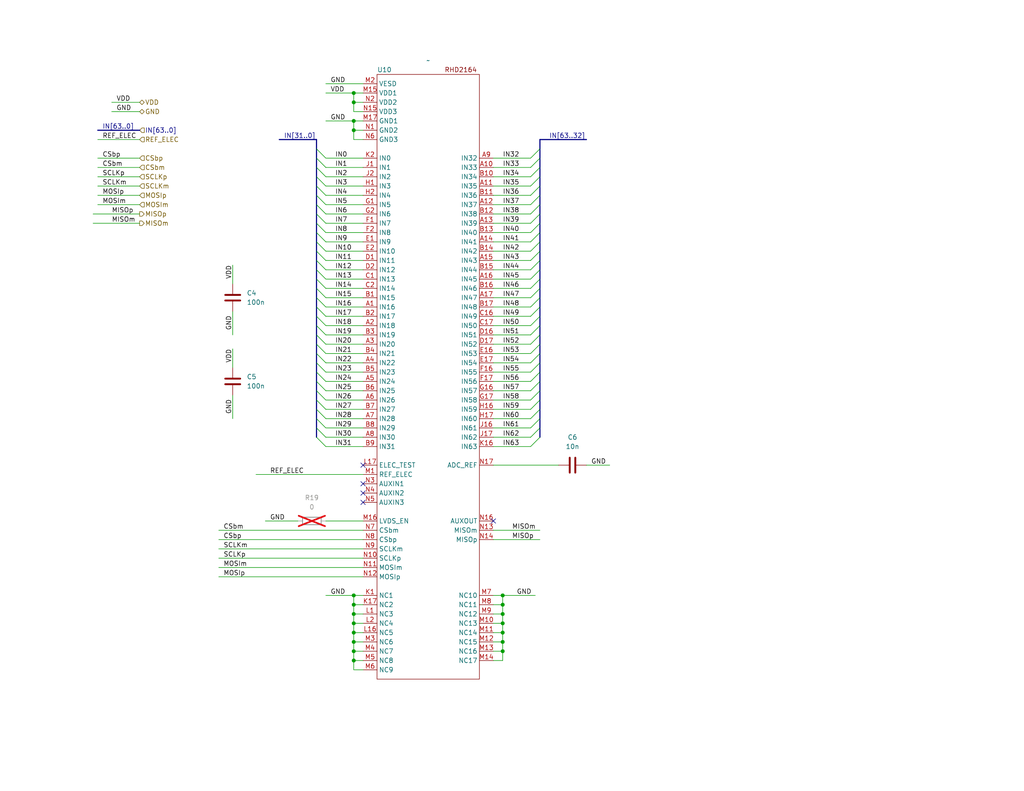
<source format=kicad_sch>
(kicad_sch (version 20231120) (generator "eeschema") (generator_version "8.0")
  (paper "USLetter")
  (title_block (title "Iris-128S") (date "2024-04-12") (rev "1.0.0") (company "OpenIC"))
  (lib_symbols
    (symbol "Device:C" (pin_numbers hide) (pin_names (offset 0.254))
      (property "Reference" "C" (at 0.635 2.54 0))
      (property "Value" "C" (at 0.635 -2.54 0))
      (symbol "C_0_1"
        (polyline (pts (xy -2.032 -0.762) (xy 2.032 -0.762)) (stroke (width 0.508)))
        (polyline (pts (xy -2.032 0.762) (xy 2.032 0.762)) (stroke (width 0.508)))
      )
      (symbol "C_1_1"
        (pin passive line (at 0 3.81 270) (length 2.794) (name "~") (number "1"))
        (pin passive line (at 0 -3.81 90) (length 2.794) (name "~") (number "2"))
      )
    )
    (symbol "Device:R" (pin_numbers hide) (pin_names (offset 0))
      (property "Reference" "R" (at 2.032 0 90))
      (property "Value" "R" (at 0 0 90))
      (symbol "R_0_1"
        (rectangle (start -1.016 -2.54) (end 1.016 2.54) (stroke (width 0.254)))
      )
      (symbol "R_1_1"
        (pin passive line (at 0 3.81 270) (length 1.27) (name "~") (number "1"))
        (pin passive line (at 0 -3.81 90) (length 1.27) (name "~") (number "2"))
      )
    )
    (symbol "openic_main:RHD2164"
      (property "Reference" "U" (at -12.7 82.55 0))
      (symbol "RHD2164_0_1"
        (rectangle (start -13.97 81.28) (end 13.97 -83.82))
      )
      (symbol "RHD2164_1_1"
        (text "RHD2164" (at 8.89 82.55 0) (effects (font (size 1.27 1.27))))
        (pin input line (at -17.78 17.78 0) (length 3.81) (name "IN16") (number "A1"))
        (pin input line (at 17.78 55.88 180) (length 3.81) (name "IN33") (number "A10"))
        (pin input line (at 17.78 50.8 180) (length 3.81) (name "IN35") (number "A11"))
        (pin input line (at 17.78 45.72 180) (length 3.81) (name "IN37") (number "A12"))
        (pin input line (at 17.78 40.64 180) (length 3.81) (name "IN39") (number "A13"))
        (pin input line (at 17.78 35.56 180) (length 3.81) (name "IN41") (number "A14"))
        (pin input line (at 17.78 30.48 180) (length 3.81) (name "IN43") (number "A15"))
        (pin input line (at 17.78 25.4 180) (length 3.81) (name "IN45") (number "A16"))
        (pin input line (at 17.78 20.32 180) (length 3.81) (name "IN47") (number "A17"))
        (pin input line (at -17.78 12.7 0) (length 3.81) (name "IN18") (number "A2"))
        (pin input line (at -17.78 7.62 0) (length 3.81) (name "IN20") (number "A3"))
        (pin input line (at -17.78 2.54 0) (length 3.81) (name "IN22") (number "A4"))
        (pin input line (at -17.78 -2.54 0) (length 3.81) (name "IN24") (number "A5"))
        (pin input line (at -17.78 -7.62 0) (length 3.81) (name "IN26") (number "A6"))
        (pin input line (at -17.78 -12.7 0) (length 3.81) (name "IN28") (number "A7"))
        (pin input line (at -17.78 -17.78 0) (length 3.81) (name "IN30") (number "A8"))
        (pin input line (at 17.78 58.42 180) (length 3.81) (name "IN32") (number "A9"))
        (pin input line (at -17.78 20.32 0) (length 3.81) (name "IN15") (number "B1"))
        (pin input line (at 17.78 53.34 180) (length 3.81) (name "IN34") (number "B10"))
        (pin input line (at 17.78 48.26 180) (length 3.81) (name "IN36") (number "B11"))
        (pin input line (at 17.78 43.18 180) (length 3.81) (name "IN38") (number "B12"))
        (pin input line (at 17.78 38.1 180) (length 3.81) (name "IN40") (number "B13"))
        (pin input line (at 17.78 33.02 180) (length 3.81) (name "IN42") (number "B14"))
        (pin input line (at 17.78 27.94 180) (length 3.81) (name "IN44") (number "B15"))
        (pin input line (at 17.78 22.86 180) (length 3.81) (name "IN46") (number "B16"))
        (pin input line (at 17.78 17.78 180) (length 3.81) (name "IN48") (number "B17"))
        (pin input line (at -17.78 15.24 0) (length 3.81) (name "IN17") (number "B2"))
        (pin input line (at -17.78 10.16 0) (length 3.81) (name "IN19") (number "B3"))
        (pin input line (at -17.78 5.08 0) (length 3.81) (name "IN21") (number "B4"))
        (pin input line (at -17.78 0 0) (length 3.81) (name "IN23") (number "B5"))
        (pin input line (at -17.78 -5.08 0) (length 3.81) (name "IN25") (number "B6"))
        (pin input line (at -17.78 -10.16 0) (length 3.81) (name "IN27") (number "B7"))
        (pin input line (at -17.78 -15.24 0) (length 3.81) (name "IN29") (number "B8"))
        (pin input line (at -17.78 -20.32 0) (length 3.81) (name "IN31") (number "B9"))
        (pin input line (at -17.78 25.4 0) (length 3.81) (name "IN13") (number "C1"))
        (pin input line (at 17.78 15.24 180) (length 3.81) (name "IN49") (number "C16"))
        (pin input line (at 17.78 12.7 180) (length 3.81) (name "IN50") (number "C17"))
        (pin input line (at -17.78 22.86 0) (length 3.81) (name "IN14") (number "C2"))
        (pin input line (at -17.78 30.48 0) (length 3.81) (name "IN11") (number "D1"))
        (pin input line (at 17.78 10.16 180) (length 3.81) (name "IN51") (number "D16"))
        (pin input line (at 17.78 7.62 180) (length 3.81) (name "IN52") (number "D17"))
        (pin input line (at -17.78 27.94 0) (length 3.81) (name "IN12") (number "D2"))
        (pin input line (at -17.78 35.56 0) (length 3.81) (name "IN9") (number "E1"))
        (pin input line (at 17.78 5.08 180) (length 3.81) (name "IN53") (number "E16"))
        (pin input line (at 17.78 2.54 180) (length 3.81) (name "IN54") (number "E17"))
        (pin input line (at -17.78 33.02 0) (length 3.81) (name "IN10") (number "E2"))
        (pin input line (at -17.78 40.64 0) (length 3.81) (name "IN7") (number "F1"))
        (pin input line (at 17.78 0 180) (length 3.81) (name "IN55") (number "F16"))
        (pin input line (at 17.78 -2.54 180) (length 3.81) (name "IN56") (number "F17"))
        (pin input line (at -17.78 38.1 0) (length 3.81) (name "IN8") (number "F2"))
        (pin input line (at -17.78 45.72 0) (length 3.81) (name "IN5") (number "G1"))
        (pin input line (at 17.78 -5.08 180) (length 3.81) (name "IN57") (number "G16"))
        (pin input line (at 17.78 -7.62 180) (length 3.81) (name "IN58") (number "G17"))
        (pin input line (at -17.78 43.18 0) (length 3.81) (name "IN6") (number "G2"))
        (pin input line (at -17.78 50.8 0) (length 3.81) (name "IN3") (number "H1"))
        (pin input line (at 17.78 -10.16 180) (length 3.81) (name "IN59") (number "H16"))
        (pin input line (at 17.78 -12.7 180) (length 3.81) (name "IN60") (number "H17"))
        (pin input line (at -17.78 48.26 0) (length 3.81) (name "IN4") (number "H2"))
        (pin input line (at -17.78 55.88 0) (length 3.81) (name "IN1") (number "J1"))
        (pin input line (at 17.78 -15.24 180) (length 3.81) (name "IN61") (number "J16"))
        (pin input line (at 17.78 -17.78 180) (length 3.81) (name "IN62") (number "J17"))
        (pin input line (at -17.78 53.34 0) (length 3.81) (name "IN2") (number "J2"))
        (pin passive line (at -17.78 -60.96 0) (length 3.81) (name "NC1") (number "K1"))
        (pin input line (at 17.78 -20.32 180) (length 3.81) (name "IN63") (number "K16"))
        (pin passive line (at -17.78 -63.5 0) (length 3.81) (name "NC2") (number "K17"))
        (pin input line (at -17.78 58.42 0) (length 3.81) (name "IN0") (number "K2"))
        (pin passive line (at -17.78 -66.04 0) (length 3.81) (name "NC3") (number "L1"))
        (pin passive line (at -17.78 -71.12 0) (length 3.81) (name "NC5") (number "L16"))
        (pin input line (at -17.78 -25.4 0) (length 3.81) (name "ELEC_TEST") (number "L17"))
        (pin passive line (at -17.78 -68.58 0) (length 3.81) (name "NC4") (number "L2"))
        (pin input line (at -17.78 -27.94 0) (length 3.81) (name "REF_ELEC") (number "M1"))
        (pin passive line (at 17.78 -68.58 180) (length 3.81) (name "NC13") (number "M10"))
        (pin passive line (at 17.78 -71.12 180) (length 3.81) (name "NC14") (number "M11"))
        (pin passive line (at 17.78 -73.66 180) (length 3.81) (name "NC15") (number "M12"))
        (pin passive line (at 17.78 -76.2 180) (length 3.81) (name "NC16") (number "M13"))
        (pin passive line (at 17.78 -78.74 180) (length 3.81) (name "NC17") (number "M14"))
        (pin power_in line (at -17.78 76.2 0) (length 3.81) (name "VDD1") (number "M15"))
        (pin input line (at -17.78 -40.64 0) (length 3.81) (name "LVDS_EN") (number "M16"))
        (pin power_in line (at -17.78 68.58 0) (length 3.81) (name "GND1") (number "M17"))
        (pin power_in line (at -17.78 78.74 0) (length 3.81) (name "VESD") (number "M2"))
        (pin passive line (at -17.78 -73.66 0) (length 3.81) (name "NC6") (number "M3"))
        (pin passive line (at -17.78 -76.2 0) (length 3.81) (name "NC7") (number "M4"))
        (pin passive line (at -17.78 -78.74 0) (length 3.81) (name "NC8") (number "M5"))
        (pin passive line (at -17.78 -81.28 0) (length 3.81) (name "NC9") (number "M6"))
        (pin passive line (at 17.78 -60.96 180) (length 3.81) (name "NC10") (number "M7"))
        (pin passive line (at 17.78 -63.5 180) (length 3.81) (name "NC11") (number "M8"))
        (pin passive line (at 17.78 -66.04 180) (length 3.81) (name "NC12") (number "M9"))
        (pin power_in line (at -17.78 66.04 0) (length 3.81) (name "GND2") (number "N1"))
        (pin input line (at -17.78 -50.8 0) (length 3.81) (name "SCLKp") (number "N10"))
        (pin input line (at -17.78 -53.34 0) (length 3.81) (name "MOSIm") (number "N11"))
        (pin input line (at -17.78 -55.88 0) (length 3.81) (name "MOSIp") (number "N12"))
        (pin output line (at 17.78 -43.18 180) (length 3.81) (name "MISOm") (number "N13"))
        (pin output line (at 17.78 -45.72 180) (length 3.81) (name "MISOp") (number "N14"))
        (pin power_in line (at -17.78 71.12 0) (length 3.81) (name "VDD3") (number "N15"))
        (pin output line (at 17.78 -40.64 180) (length 3.81) (name "AUXOUT") (number "N16"))
        (pin output line (at 17.78 -25.4 180) (length 3.81) (name "ADC_REF") (number "N17"))
        (pin power_in line (at -17.78 73.66 0) (length 3.81) (name "VDD2") (number "N2"))
        (pin input line (at -17.78 -30.48 0) (length 3.81) (name "AUXIN1") (number "N3"))
        (pin input line (at -17.78 -33.02 0) (length 3.81) (name "AUXIN2") (number "N4"))
        (pin input line (at -17.78 -35.56 0) (length 3.81) (name "AUXIN3") (number "N5"))
        (pin power_in line (at -17.78 63.5 0) (length 3.81) (name "GND3") (number "N6"))
        (pin input line (at -17.78 -43.18 0) (length 3.81) (name "CSbm") (number "N7"))
        (pin input line (at -17.78 -45.72 0) (length 3.81) (name "CSbp") (number "N8"))
        (pin input line (at -17.78 -48.26 0) (length 3.81) (name "SCLKm") (number "N9"))
      )
    )
  )
  (junction (at 137.16 170.18))
  (junction (at 96.52 27.94))
  (junction (at 96.52 175.26))
  (junction (at 96.52 162.56))
  (junction (at 137.16 162.56))
  (junction (at 96.52 35.56))
  (junction (at 96.52 33.02))
  (junction (at 137.16 177.8))
  (junction (at 96.52 177.8))
  (junction (at 96.52 180.34))
  (junction (at 96.52 25.4))
  (junction (at 96.52 165.1))
  (junction (at 137.16 167.64))
  (junction (at 137.16 175.26))
  (junction (at 96.52 172.72))
  (junction (at 96.52 167.64))
  (junction (at 96.52 170.18))
  (junction (at 137.16 165.1))
  (junction (at 137.16 172.72))
  (no_connect (at 99.06 137.16))
  (no_connect (at 134.62 142.24))
  (no_connect (at 99.06 127))
  (no_connect (at 99.06 132.08))
  (no_connect (at 99.06 134.62))
  (bus_entry (at 86.36 116.84) (size 2.54 2.54))
  (bus_entry (at 86.36 91.44) (size 2.54 2.54))
  (bus_entry (at 144.78 55.88) (size 2.54 -2.54))
  (bus_entry (at 144.78 99.06) (size 2.54 -2.54))
  (bus_entry (at 86.36 78.74) (size 2.54 2.54))
  (bus_entry (at 144.78 119.38) (size 2.54 -2.54))
  (bus_entry (at 144.78 109.22) (size 2.54 -2.54))
  (bus_entry (at 144.78 114.3) (size 2.54 -2.54))
  (bus_entry (at 144.78 88.9) (size 2.54 -2.54))
  (bus_entry (at 86.36 55.88) (size 2.54 2.54))
  (bus_entry (at 144.78 43.18) (size 2.54 -2.54))
  (bus_entry (at 144.78 101.6) (size 2.54 -2.54))
  (bus_entry (at 86.36 111.76) (size 2.54 2.54))
  (bus_entry (at 144.78 96.52) (size 2.54 -2.54))
  (bus_entry (at 144.78 78.74) (size 2.54 -2.54))
  (bus_entry (at 144.78 111.76) (size 2.54 -2.54))
  (bus_entry (at 86.36 66.04) (size 2.54 2.54))
  (bus_entry (at 86.36 43.18) (size 2.54 2.54))
  (bus_entry (at 86.36 93.98) (size 2.54 2.54))
  (bus_entry (at 144.78 58.42) (size 2.54 -2.54))
  (bus_entry (at 144.78 45.72) (size 2.54 -2.54))
  (bus_entry (at 86.36 76.2) (size 2.54 2.54))
  (bus_entry (at 86.36 86.36) (size 2.54 2.54))
  (bus_entry (at 144.78 48.26) (size 2.54 -2.54))
  (bus_entry (at 86.36 109.22) (size 2.54 2.54))
  (bus_entry (at 86.36 99.06) (size 2.54 2.54))
  (bus_entry (at 86.36 83.82) (size 2.54 2.54))
  (bus_entry (at 86.36 50.8) (size 2.54 2.54))
  (bus_entry (at 86.36 81.28) (size 2.54 2.54))
  (bus_entry (at 86.36 71.12) (size 2.54 2.54))
  (bus_entry (at 86.36 101.6) (size 2.54 2.54))
  (bus_entry (at 86.36 53.34) (size 2.54 2.54))
  (bus_entry (at 144.78 91.44) (size 2.54 -2.54))
  (bus_entry (at 144.78 50.8) (size 2.54 -2.54))
  (bus_entry (at 144.78 63.5) (size 2.54 -2.54))
  (bus_entry (at 144.78 106.68) (size 2.54 -2.54))
  (bus_entry (at 86.36 96.52) (size 2.54 2.54))
  (bus_entry (at 86.36 114.3) (size 2.54 2.54))
  (bus_entry (at 86.36 106.68) (size 2.54 2.54))
  (bus_entry (at 86.36 104.14) (size 2.54 2.54))
  (bus_entry (at 86.36 88.9) (size 2.54 2.54))
  (bus_entry (at 86.36 73.66) (size 2.54 2.54))
  (bus_entry (at 144.78 121.92) (size 2.54 -2.54))
  (bus_entry (at 86.36 63.5) (size 2.54 2.54))
  (bus_entry (at 144.78 86.36) (size 2.54 -2.54))
  (bus_entry (at 86.36 68.58) (size 2.54 2.54))
  (bus_entry (at 144.78 68.58) (size 2.54 -2.54))
  (bus_entry (at 86.36 48.26) (size 2.54 2.54))
  (bus_entry (at 86.36 60.96) (size 2.54 2.54))
  (bus_entry (at 86.36 119.38) (size 2.54 2.54))
  (bus_entry (at 144.78 76.2) (size 2.54 -2.54))
  (bus_entry (at 86.36 40.64) (size 2.54 2.54))
  (bus_entry (at 86.36 58.42) (size 2.54 2.54))
  (bus_entry (at 144.78 71.12) (size 2.54 -2.54))
  (bus_entry (at 144.78 116.84) (size 2.54 -2.54))
  (bus_entry (at 144.78 66.04) (size 2.54 -2.54))
  (bus_entry (at 144.78 83.82) (size 2.54 -2.54))
  (bus_entry (at 144.78 53.34) (size 2.54 -2.54))
  (bus_entry (at 144.78 104.14) (size 2.54 -2.54))
  (bus_entry (at 144.78 60.96) (size 2.54 -2.54))
  (bus_entry (at 144.78 81.28) (size 2.54 -2.54))
  (bus_entry (at 144.78 73.66) (size 2.54 -2.54))
  (bus_entry (at 86.36 45.72) (size 2.54 2.54))
  (bus_entry (at 144.78 93.98) (size 2.54 -2.54))
  (wire (pts (xy 88.9 142.24) (xy 99.06 142.24)))
  (wire (pts (xy 134.62 114.3) (xy 144.78 114.3)))
  (wire (pts (xy 134.62 43.18) (xy 144.78 43.18)))
  (wire (pts (xy 88.9 48.26) (xy 99.06 48.26)))
  (wire (pts (xy 88.9 93.98) (xy 99.06 93.98)))
  (wire (pts (xy 88.9 88.9) (xy 99.06 88.9)))
  (wire (pts (xy 25.4 58.42) (xy 38.1 58.42)))
  (bus (pts (xy 147.32 43.18) (xy 147.32 40.64)))
  (wire (pts (xy 88.9 104.14) (xy 99.06 104.14)))
  (wire (pts (xy 134.62 68.58) (xy 144.78 68.58)))
  (wire (pts (xy 26.67 50.8) (xy 38.1 50.8)))
  (wire (pts (xy 160.02 127) (xy 166.37 127)))
  (bus (pts (xy 147.32 93.98) (xy 147.32 91.44)))
  (wire (pts (xy 134.62 165.1) (xy 137.16 165.1)))
  (wire (pts (xy 88.9 111.76) (xy 99.06 111.76)))
  (wire (pts (xy 99.06 165.1) (xy 96.52 165.1)))
  (bus (pts (xy 147.32 111.76) (xy 147.32 109.22)))
  (wire (pts (xy 134.62 63.5) (xy 144.78 63.5)))
  (wire (pts (xy 134.62 116.84) (xy 144.78 116.84)))
  (wire (pts (xy 25.4 60.96) (xy 38.1 60.96)))
  (wire (pts (xy 96.52 165.1) (xy 96.52 162.56)))
  (bus (pts (xy 86.36 50.8) (xy 86.36 48.26)))
  (wire (pts (xy 99.06 175.26) (xy 96.52 175.26)))
  (wire (pts (xy 99.06 35.56) (xy 96.52 35.56)))
  (bus (pts (xy 86.36 78.74) (xy 86.36 76.2)))
  (wire (pts (xy 88.9 71.12) (xy 99.06 71.12)))
  (wire (pts (xy 63.5 85.09) (xy 63.5 91.44)))
  (bus (pts (xy 147.32 55.88) (xy 147.32 53.34)))
  (wire (pts (xy 96.52 27.94) (xy 99.06 27.94)))
  (bus (pts (xy 86.36 111.76) (xy 86.36 109.22)))
  (bus (pts (xy 86.36 93.98) (xy 86.36 91.44)))
  (bus (pts (xy 86.36 119.38) (xy 86.36 116.84)))
  (wire (pts (xy 88.9 33.02) (xy 96.52 33.02)))
  (bus (pts (xy 26.67 35.56) (xy 38.1 35.56)))
  (wire (pts (xy 26.67 38.1) (xy 38.1 38.1)))
  (wire (pts (xy 134.62 78.74) (xy 144.78 78.74)))
  (bus (pts (xy 86.36 116.84) (xy 86.36 114.3)))
  (wire (pts (xy 134.62 99.06) (xy 144.78 99.06)))
  (wire (pts (xy 88.9 162.56) (xy 96.52 162.56)))
  (wire (pts (xy 134.62 58.42) (xy 144.78 58.42)))
  (bus (pts (xy 147.32 114.3) (xy 147.32 111.76)))
  (bus (pts (xy 86.36 66.04) (xy 86.36 63.5)))
  (bus (pts (xy 76.2 38.1) (xy 86.36 38.1)))
  (wire (pts (xy 96.52 175.26) (xy 96.52 172.72)))
  (wire (pts (xy 134.62 86.36) (xy 144.78 86.36)))
  (bus (pts (xy 147.32 119.38) (xy 147.32 116.84)))
  (wire (pts (xy 99.06 182.88) (xy 96.52 182.88)))
  (wire (pts (xy 63.5 107.95) (xy 63.5 114.3)))
  (bus (pts (xy 147.32 45.72) (xy 147.32 43.18)))
  (bus (pts (xy 86.36 114.3) (xy 86.36 111.76)))
  (wire (pts (xy 30.48 27.94) (xy 38.1 27.94)))
  (wire (pts (xy 99.06 172.72) (xy 96.52 172.72)))
  (wire (pts (xy 99.06 152.4) (xy 59.69 152.4)))
  (wire (pts (xy 96.52 162.56) (xy 99.06 162.56)))
  (wire (pts (xy 88.9 78.74) (xy 99.06 78.74)))
  (wire (pts (xy 26.67 43.18) (xy 38.1 43.18)))
  (bus (pts (xy 147.32 88.9) (xy 147.32 86.36)))
  (bus (pts (xy 147.32 63.5) (xy 147.32 60.96)))
  (bus (pts (xy 147.32 71.12) (xy 147.32 68.58)))
  (wire (pts (xy 99.06 38.1) (xy 96.52 38.1)))
  (wire (pts (xy 99.06 170.18) (xy 96.52 170.18)))
  (wire (pts (xy 59.69 154.94) (xy 99.06 154.94)))
  (wire (pts (xy 134.62 111.76) (xy 144.78 111.76)))
  (bus (pts (xy 147.32 48.26) (xy 147.32 45.72)))
  (wire (pts (xy 99.06 147.32) (xy 59.69 147.32)))
  (bus (pts (xy 147.32 53.34) (xy 147.32 50.8)))
  (bus (pts (xy 147.32 96.52) (xy 147.32 93.98)))
  (wire (pts (xy 96.52 170.18) (xy 96.52 167.64)))
  (wire (pts (xy 134.62 106.68) (xy 144.78 106.68)))
  (wire (pts (xy 134.62 55.88) (xy 144.78 55.88)))
  (bus (pts (xy 86.36 106.68) (xy 86.36 104.14)))
  (wire (pts (xy 88.9 86.36) (xy 99.06 86.36)))
  (bus (pts (xy 86.36 60.96) (xy 86.36 58.42)))
  (wire (pts (xy 134.62 144.78) (xy 147.32 144.78)))
  (wire (pts (xy 134.62 162.56) (xy 137.16 162.56)))
  (wire (pts (xy 88.9 109.22) (xy 99.06 109.22)))
  (bus (pts (xy 147.32 83.82) (xy 147.32 81.28)))
  (wire (pts (xy 134.62 83.82) (xy 144.78 83.82)))
  (wire (pts (xy 134.62 119.38) (xy 144.78 119.38)))
  (wire (pts (xy 99.06 157.48) (xy 59.69 157.48)))
  (bus (pts (xy 147.32 58.42) (xy 147.32 55.88)))
  (wire (pts (xy 134.62 104.14) (xy 144.78 104.14)))
  (wire (pts (xy 88.9 73.66) (xy 99.06 73.66)))
  (wire (pts (xy 72.39 142.24) (xy 81.28 142.24)))
  (bus (pts (xy 147.32 73.66) (xy 147.32 71.12)))
  (wire (pts (xy 134.62 50.8) (xy 144.78 50.8)))
  (wire (pts (xy 26.67 53.34) (xy 38.1 53.34)))
  (wire (pts (xy 59.69 149.86) (xy 99.06 149.86)))
  (bus (pts (xy 86.36 53.34) (xy 86.36 50.8)))
  (wire (pts (xy 26.67 45.72) (xy 38.1 45.72)))
  (bus (pts (xy 86.36 101.6) (xy 86.36 99.06)))
  (wire (pts (xy 88.9 101.6) (xy 99.06 101.6)))
  (bus (pts (xy 147.32 81.28) (xy 147.32 78.74)))
  (bus (pts (xy 86.36 76.2) (xy 86.36 73.66)))
  (bus (pts (xy 86.36 40.64) (xy 86.36 38.1)))
  (wire (pts (xy 134.62 180.34) (xy 137.16 180.34)))
  (wire (pts (xy 134.62 91.44) (xy 144.78 91.44)))
  (bus (pts (xy 86.36 104.14) (xy 86.36 101.6)))
  (bus (pts (xy 147.32 109.22) (xy 147.32 106.68)))
  (wire (pts (xy 96.52 25.4) (xy 99.06 25.4)))
  (bus (pts (xy 147.32 91.44) (xy 147.32 88.9)))
  (wire (pts (xy 88.9 68.58) (xy 99.06 68.58)))
  (wire (pts (xy 134.62 121.92) (xy 144.78 121.92)))
  (wire (pts (xy 88.9 45.72) (xy 99.06 45.72)))
  (bus (pts (xy 86.36 55.88) (xy 86.36 53.34)))
  (wire (pts (xy 137.16 162.56) (xy 146.05 162.56)))
  (wire (pts (xy 96.52 167.64) (xy 96.52 165.1)))
  (wire (pts (xy 134.62 127) (xy 152.4 127)))
  (bus (pts (xy 86.36 81.28) (xy 86.36 78.74)))
  (wire (pts (xy 30.48 30.48) (xy 38.1 30.48)))
  (wire (pts (xy 134.62 93.98) (xy 144.78 93.98)))
  (wire (pts (xy 96.52 35.56) (xy 96.52 33.02)))
  (wire (pts (xy 69.85 129.54) (xy 99.06 129.54)))
  (wire (pts (xy 134.62 73.66) (xy 144.78 73.66)))
  (wire (pts (xy 134.62 71.12) (xy 144.78 71.12)))
  (wire (pts (xy 134.62 172.72) (xy 137.16 172.72)))
  (wire (pts (xy 88.9 66.04) (xy 99.06 66.04)))
  (bus (pts (xy 86.36 63.5) (xy 86.36 60.96)))
  (bus (pts (xy 147.32 78.74) (xy 147.32 76.2)))
  (wire (pts (xy 134.62 60.96) (xy 144.78 60.96)))
  (wire (pts (xy 134.62 170.18) (xy 137.16 170.18)))
  (bus (pts (xy 86.36 73.66) (xy 86.36 71.12)))
  (wire (pts (xy 26.67 55.88) (xy 38.1 55.88)))
  (wire (pts (xy 88.9 119.38) (xy 99.06 119.38)))
  (wire (pts (xy 88.9 25.4) (xy 96.52 25.4)))
  (bus (pts (xy 147.32 68.58) (xy 147.32 66.04)))
  (bus (pts (xy 86.36 71.12) (xy 86.36 68.58)))
  (bus (pts (xy 147.32 86.36) (xy 147.32 83.82)))
  (wire (pts (xy 88.9 91.44) (xy 99.06 91.44)))
  (wire (pts (xy 134.62 81.28) (xy 144.78 81.28)))
  (bus (pts (xy 86.36 68.58) (xy 86.36 66.04)))
  (wire (pts (xy 88.9 81.28) (xy 99.06 81.28)))
  (wire (pts (xy 88.9 63.5) (xy 99.06 63.5)))
  (wire (pts (xy 88.9 76.2) (xy 99.06 76.2)))
  (wire (pts (xy 137.16 177.8) (xy 137.16 175.26)))
  (bus (pts (xy 147.32 99.06) (xy 147.32 96.52)))
  (wire (pts (xy 88.9 96.52) (xy 99.06 96.52)))
  (bus (pts (xy 86.36 86.36) (xy 86.36 83.82)))
  (bus (pts (xy 147.32 60.96) (xy 147.32 58.42)))
  (bus (pts (xy 147.32 116.84) (xy 147.32 114.3)))
  (wire (pts (xy 96.52 33.02) (xy 99.06 33.02)))
  (wire (pts (xy 137.16 172.72) (xy 137.16 170.18)))
  (wire (pts (xy 96.52 25.4) (xy 96.52 27.94)))
  (bus (pts (xy 86.36 91.44) (xy 86.36 88.9)))
  (wire (pts (xy 134.62 48.26) (xy 144.78 48.26)))
  (wire (pts (xy 88.9 22.86) (xy 99.06 22.86)))
  (wire (pts (xy 63.5 72.39) (xy 63.5 77.47)))
  (bus (pts (xy 147.32 40.64) (xy 147.32 38.1)))
  (wire (pts (xy 96.52 38.1) (xy 96.52 35.56)))
  (wire (pts (xy 96.52 172.72) (xy 96.52 170.18)))
  (bus (pts (xy 86.36 48.26) (xy 86.36 45.72)))
  (bus (pts (xy 86.36 109.22) (xy 86.36 106.68)))
  (wire (pts (xy 99.06 177.8) (xy 96.52 177.8)))
  (bus (pts (xy 147.32 50.8) (xy 147.32 48.26)))
  (wire (pts (xy 134.62 66.04) (xy 144.78 66.04)))
  (wire (pts (xy 134.62 109.22) (xy 144.78 109.22)))
  (wire (pts (xy 134.62 88.9) (xy 144.78 88.9)))
  (wire (pts (xy 137.16 170.18) (xy 137.16 167.64)))
  (bus (pts (xy 147.32 38.1) (xy 160.02 38.1)))
  (wire (pts (xy 134.62 177.8) (xy 137.16 177.8)))
  (wire (pts (xy 88.9 114.3) (xy 99.06 114.3)))
  (wire (pts (xy 134.62 101.6) (xy 144.78 101.6)))
  (bus (pts (xy 147.32 101.6) (xy 147.32 99.06)))
  (wire (pts (xy 96.52 177.8) (xy 96.52 175.26)))
  (wire (pts (xy 134.62 45.72) (xy 144.78 45.72)))
  (bus (pts (xy 86.36 83.82) (xy 86.36 81.28)))
  (wire (pts (xy 96.52 180.34) (xy 96.52 177.8)))
  (bus (pts (xy 86.36 99.06) (xy 86.36 96.52)))
  (wire (pts (xy 99.06 167.64) (xy 96.52 167.64)))
  (bus (pts (xy 86.36 45.72) (xy 86.36 43.18)))
  (wire (pts (xy 88.9 50.8) (xy 99.06 50.8)))
  (wire (pts (xy 88.9 83.82) (xy 99.06 83.82)))
  (wire (pts (xy 88.9 121.92) (xy 99.06 121.92)))
  (bus (pts (xy 147.32 104.14) (xy 147.32 101.6)))
  (wire (pts (xy 134.62 53.34) (xy 144.78 53.34)))
  (wire (pts (xy 134.62 147.32) (xy 147.32 147.32)))
  (wire (pts (xy 137.16 175.26) (xy 137.16 172.72)))
  (wire (pts (xy 88.9 53.34) (xy 99.06 53.34)))
  (wire (pts (xy 26.67 48.26) (xy 38.1 48.26)))
  (wire (pts (xy 88.9 99.06) (xy 99.06 99.06)))
  (bus (pts (xy 147.32 106.68) (xy 147.32 104.14)))
  (wire (pts (xy 88.9 106.68) (xy 99.06 106.68)))
  (wire (pts (xy 88.9 116.84) (xy 99.06 116.84)))
  (wire (pts (xy 99.06 180.34) (xy 96.52 180.34)))
  (wire (pts (xy 134.62 96.52) (xy 144.78 96.52)))
  (wire (pts (xy 59.69 144.78) (xy 99.06 144.78)))
  (bus (pts (xy 86.36 43.18) (xy 86.36 40.64)))
  (wire (pts (xy 99.06 30.48) (xy 96.52 30.48)))
  (wire (pts (xy 134.62 175.26) (xy 137.16 175.26)))
  (wire (pts (xy 63.5 95.25) (xy 63.5 100.33)))
  (bus (pts (xy 86.36 96.52) (xy 86.36 93.98)))
  (wire (pts (xy 88.9 43.18) (xy 99.06 43.18)))
  (wire (pts (xy 137.16 180.34) (xy 137.16 177.8)))
  (bus (pts (xy 147.32 66.04) (xy 147.32 63.5)))
  (wire (pts (xy 96.52 182.88) (xy 96.52 180.34)))
  (wire (pts (xy 96.52 27.94) (xy 96.52 30.48)))
  (wire (pts (xy 88.9 60.96) (xy 99.06 60.96)))
  (bus (pts (xy 86.36 58.42) (xy 86.36 55.88)))
  (wire (pts (xy 134.62 167.64) (xy 137.16 167.64)))
  (wire (pts (xy 88.9 55.88) (xy 99.06 55.88)))
  (wire (pts (xy 137.16 165.1) (xy 137.16 162.56)))
  (wire (pts (xy 88.9 58.42) (xy 99.06 58.42)))
  (wire (pts (xy 137.16 167.64) (xy 137.16 165.1)))
  (bus (pts (xy 86.36 88.9) (xy 86.36 86.36)))
  (bus (pts (xy 147.32 76.2) (xy 147.32 73.66)))
  (wire (pts (xy 134.62 76.2) (xy 144.78 76.2)))
  (label "REF_ELEC" (at 27.94 38.1 0))
  (label "IN57" (at 137.16 106.68 0))
  (label "IN43" (at 137.16 71.12 0))
  (label "IN32" (at 137.16 43.18 0))
  (label "IN1" (at 91.44 45.72 0))
  (label "MOSIm" (at 27.94 55.88 0))
  (label "IN20" (at 91.44 93.98 0))
  (label "VDD" (at 90.17 25.4 0))
  (label "IN0" (at 91.44 43.18 0))
  (label "IN60" (at 137.16 114.3 0))
  (label "IN63" (at 137.16 121.92 0))
  (label "SCLKp" (at 60.96 152.4 0))
  (label "CSbp" (at 27.94 43.18 0))
  (label "VDD" (at 63.5 99.06 90))
  (label "IN17" (at 91.44 86.36 0))
  (label "IN21" (at 91.44 96.52 0))
  (label "IN61" (at 137.16 116.84 0))
  (label "IN18" (at 91.44 88.9 0))
  (label "IN54" (at 137.16 99.06 0))
  (label "IN29" (at 91.44 116.84 0))
  (label "IN2" (at 91.44 48.26 0))
  (label "GND" (at 90.17 22.86 0))
  (label "IN48" (at 137.16 83.82 0))
  (label "VDD" (at 63.5 76.2 90))
  (label "MISOm" (at 139.7 144.78 0))
  (label "IN53" (at 137.16 96.52 0))
  (label "IN14" (at 91.44 78.74 0))
  (label "IN39" (at 137.16 60.96 0))
  (label "SCLKm" (at 60.96 149.86 0))
  (label "IN58" (at 137.16 109.22 0))
  (label "SCLKp" (at 27.94 48.26 0))
  (label "GND" (at 63.5 113.03 90))
  (label "IN47" (at 137.16 81.28 0))
  (label "IN26" (at 91.44 109.22 0))
  (label "MOSIp" (at 27.94 53.34 0))
  (label "IN44" (at 137.16 73.66 0))
  (label "IN10" (at 91.44 68.58 0))
  (label "IN51" (at 137.16 91.44 0))
  (label "IN30" (at 91.44 119.38 0))
  (label "CSbp" (at 60.96 147.32 0))
  (label "GND" (at 90.17 33.02 0))
  (label "GND" (at 90.17 162.56 0))
  (label "IN15" (at 91.44 81.28 0))
  (label "IN31" (at 91.44 121.92 0))
  (label "IN11" (at 91.44 71.12 0))
  (label "MISOp" (at 139.7 147.32 0))
  (label "IN12" (at 91.44 73.66 0))
  (label "IN37" (at 137.16 55.88 0))
  (label "MISOm" (at 30.48 60.96 0))
  (label "IN62" (at 137.16 119.38 0))
  (label "IN9" (at 91.44 66.04 0))
  (label "IN28" (at 91.44 114.3 0))
  (label "IN22" (at 91.44 99.06 0))
  (label "GND" (at 73.66 142.24 0))
  (label "IN35" (at 137.16 50.8 0))
  (label "REF_ELEC" (at 73.66 129.54 0))
  (label "IN50" (at 137.16 88.9 0))
  (label "IN16" (at 91.44 83.82 0))
  (label "MOSIp" (at 60.96 157.48 0))
  (label "IN6" (at 91.44 58.42 0))
  (label "IN23" (at 91.44 101.6 0))
  (label "IN41" (at 137.16 66.04 0))
  (label "IN38" (at 137.16 58.42 0))
  (label "IN25" (at 91.44 106.68 0))
  (label "GND" (at 161.29 127 0))
  (label "IN24" (at 91.44 104.14 0))
  (label "GND" (at 63.5 90.17 90))
  (label "IN33" (at 137.16 45.72 0))
  (label "IN[63..32]" (at 149.86 38.1 0))
  (label "IN4" (at 91.44 53.34 0))
  (label "CSbm" (at 60.96 144.78 0))
  (label "IN46" (at 137.16 78.74 0))
  (label "GND" (at 140.97 162.56 0))
  (label "GND" (at 31.75 30.48 0))
  (label "IN8" (at 91.44 63.5 0))
  (label "IN3" (at 91.44 50.8 0))
  (label "IN[63..0]" (at 27.94 35.56 0))
  (label "IN19" (at 91.44 91.44 0))
  (label "IN13" (at 91.44 76.2 0))
  (label "CSbm" (at 27.94 45.72 0))
  (label "IN52" (at 137.16 93.98 0))
  (label "IN7" (at 91.44 60.96 0))
  (label "IN42" (at 137.16 68.58 0))
  (label "IN34" (at 137.16 48.26 0))
  (label "SCLKm" (at 27.94 50.8 0))
  (label "IN56" (at 137.16 104.14 0))
  (label "MISOp" (at 30.48 58.42 0))
  (label "IN55" (at 137.16 101.6 0))
  (label "IN49" (at 137.16 86.36 0))
  (label "IN40" (at 137.16 63.5 0))
  (label "IN45" (at 137.16 76.2 0))
  (label "IN36" (at 137.16 53.34 0))
  (label "IN27" (at 91.44 111.76 0))
  (label "VDD" (at 31.75 27.94 0))
  (label "MOSIm" (at 60.96 154.94 0))
  (label "IN59" (at 137.16 111.76 0))
  (label "IN5" (at 91.44 55.88 0))
  (label "IN[31..0]" (at 77.47 38.1 0))
  (hierarchical_label "CSbm" (shape input) (at 38.1 45.72 0))
  (hierarchical_label "VDD" (shape bidirectional) (at 38.1 27.94 0))
  (hierarchical_label "CSbp" (shape input) (at 38.1 43.18 0))
  (hierarchical_label "MOSIp" (shape input) (at 38.1 53.34 0))
  (hierarchical_label "SCLKp" (shape input) (at 38.1 48.26 0))
  (hierarchical_label "IN[63..0]" (shape input) (at 38.1 35.56 0))
  (hierarchical_label "MISOp" (shape output) (at 38.1 58.42 0))
  (hierarchical_label "MOSIm" (shape input) (at 38.1 55.88 0))
  (hierarchical_label "MISOm" (shape output) (at 38.1 60.96 0))
  (hierarchical_label "REF_ELEC" (shape input) (at 38.1 38.1 0))
  (hierarchical_label "GND" (shape bidirectional) (at 38.1 30.48 0))
  (hierarchical_label "SCLKm" (shape input) (at 38.1 50.8 0))
  (symbol (lib_id "Device:C") (at 63.5 81.28 0) (unit 1)
    (property "Reference" "C4" (at 67.31 80.0099 0) (effects (justify left)))
    (property "Value" "100n" (at 67.31 82.5499 0) (effects (justify left)))
    (property "Footprint" "Capacitor_SMD:C_0201_0603Metric" (effects (hide yes)))
    (property "Description" "Unpolarized capacitor" (effects (hide yes)))
    (property "MPN" "C0603X5R1C104K030BC" (effects (hide yes)))
    (property "Manufacturer" "TDK" (effects (hide yes)))
    (instances (project "wari_v1" (path "" (reference "C4") (unit 1)) (path "" (reference "C1") (unit 1))))
  )
  (symbol (lib_id "Device:C") (at 63.5 104.14 0) (unit 1)
    (property "Reference" "C5" (at 67.31 102.8699 0) (effects (justify left)))
    (property "Value" "100n" (at 67.31 105.4099 0) (effects (justify left)))
    (property "Footprint" "Capacitor_SMD:C_0201_0603Metric" (effects (hide yes)))
    (property "Description" "Unpolarized capacitor" (effects (hide yes)))
    (property "MPN" "C0603X5R1C104K030BC" (effects (hide yes)))
    (property "Manufacturer" "TDK" (effects (hide yes)))
    (instances (project "wari_v1" (path "" (reference "C5") (unit 1)) (path "" (reference "C2") (unit 1))))
  )
  (symbol (lib_id "openic_main:RHD2164") (at 116.84 101.6 0) (unit 1)
    (property "Reference" "U10" (at 104.902 19.05 0))
    (property "Value" "~" (at 116.84 16.51 0))
    (property "Footprint" "openic:104-Pin BGA - 9mmx7mm" (effects (hide yes)))
    (property "Description" "64-Ch Neural Amplifier with Digitizer" (effects (hide yes)))
    (property "MPN" "RHD2164" (effects (hide yes)))
    (property "Manufacturer" "Intan Technologies" (effects (hide yes)))
    (instances (project "wari_v1" (path "" (reference "U10") (unit 1)) (path "" (reference "U9") (unit 1))))
  )
  (symbol (lib_id "Device:R") (at 85.09 142.24 90) (unit 1) (dnp yes)
    (property "Reference" "R19" (at 85.09 135.89 90))
    (property "Value" "0" (at 85.09 138.43 90))
    (property "Footprint" "Resistor_SMD:R_0201_0603Metric" (effects (hide yes)))
    (property "Description" "Resistor" (effects (hide yes)))
    (property "MPN" "RC0201FR-070RL" (effects (hide yes)))
    (property "Manufacturer" "Yageo" (effects (hide yes)))
    (instances (project "wari_v1" (path "" (reference "R19") (unit 1)) (path "" (reference "R10") (unit 1))))
  )
  (symbol (lib_id "Device:C") (at 156.21 127 90) (unit 1)
    (property "Reference" "C6" (at 156.21 119.38 90))
    (property "Value" "10n" (at 156.21 121.92 90))
    (property "Footprint" "Capacitor_SMD:C_0201_0603Metric" (effects (hide yes)))
    (property "Description" "Unpolarized capacitor" (effects (hide yes)))
    (property "MPN" "GRM033R61C103KA12D" (effects (hide yes)))
    (property "Manufacturer" "Murata Electronics" (effects (hide yes)))
    (instances (project "wari_v1" (path "" (reference "C6") (unit 1)) (path "" (reference "C3") (unit 1))))
  )
)
</source>
